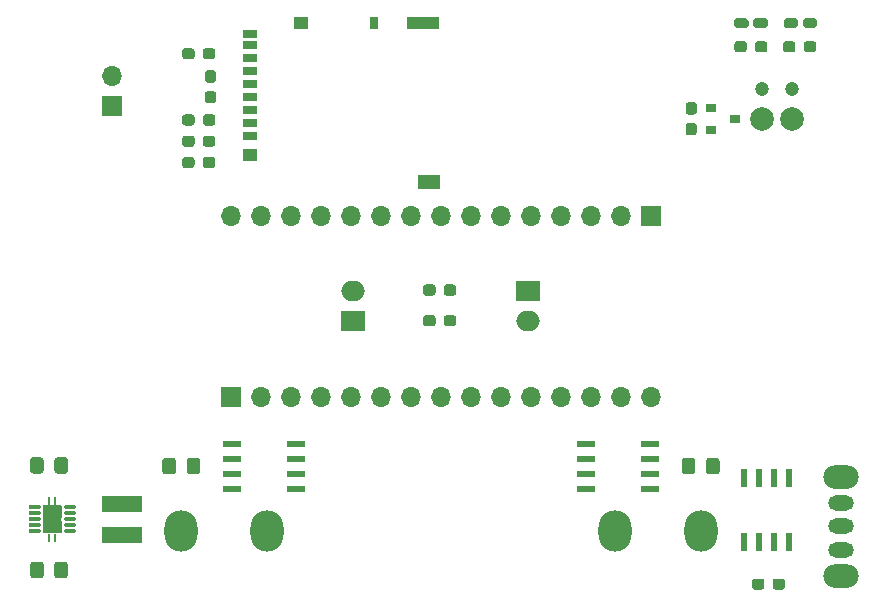
<source format=gbs>
G04 #@! TF.GenerationSoftware,KiCad,Pcbnew,(5.1.6)-1*
G04 #@! TF.CreationDate,2020-08-01T00:51:36+09:00*
G04 #@! TF.ProjectId,MiniRoverShield,4d696e69-526f-4766-9572-536869656c64,rev?*
G04 #@! TF.SameCoordinates,Original*
G04 #@! TF.FileFunction,Soldermask,Bot*
G04 #@! TF.FilePolarity,Negative*
%FSLAX46Y46*%
G04 Gerber Fmt 4.6, Leading zero omitted, Abs format (unit mm)*
G04 Created by KiCad (PCBNEW (5.1.6)-1) date 2020-08-01 00:51:36*
%MOMM*%
%LPD*%
G01*
G04 APERTURE LIST*
%ADD10R,3.400000X1.400000*%
%ADD11R,0.600000X1.550000*%
%ADD12R,1.550000X0.600000*%
%ADD13O,2.000000X1.700000*%
%ADD14R,2.000000X1.700000*%
%ADD15R,1.700000X1.700000*%
%ADD16O,1.700000X1.700000*%
%ADD17O,0.990000X0.420000*%
%ADD18R,0.420000X0.420000*%
%ADD19R,0.680000X1.050000*%
%ADD20R,0.280000X0.700000*%
%ADD21R,0.260000X0.500000*%
%ADD22R,1.650000X2.400000*%
%ADD23C,0.600000*%
%ADD24R,0.900000X0.800000*%
%ADD25C,2.000000*%
%ADD26C,1.200000*%
%ADD27O,2.800000X3.500000*%
%ADD28R,1.200000X0.700000*%
%ADD29R,1.200000X1.000000*%
%ADD30R,0.800000X1.000000*%
%ADD31R,2.800000X1.000000*%
%ADD32R,1.900000X1.300000*%
%ADD33O,3.000000X2.000000*%
%ADD34O,2.200000X1.300000*%
G04 APERTURE END LIST*
D10*
X51054000Y-89632000D03*
X51054000Y-92232000D03*
G36*
G01*
X58787500Y-55730000D02*
X58312500Y-55730000D01*
G75*
G02*
X58075000Y-55492500I0J237500D01*
G01*
X58075000Y-54917500D01*
G75*
G02*
X58312500Y-54680000I237500J0D01*
G01*
X58787500Y-54680000D01*
G75*
G02*
X59025000Y-54917500I0J-237500D01*
G01*
X59025000Y-55492500D01*
G75*
G02*
X58787500Y-55730000I-237500J0D01*
G01*
G37*
G36*
G01*
X58787500Y-53980000D02*
X58312500Y-53980000D01*
G75*
G02*
X58075000Y-53742500I0J237500D01*
G01*
X58075000Y-53167500D01*
G75*
G02*
X58312500Y-52930000I237500J0D01*
G01*
X58787500Y-52930000D01*
G75*
G02*
X59025000Y-53167500I0J-237500D01*
G01*
X59025000Y-53742500D01*
G75*
G02*
X58787500Y-53980000I-237500J0D01*
G01*
G37*
D11*
X107555000Y-92880000D03*
X106285000Y-92880000D03*
X105015000Y-92880000D03*
X103745000Y-92880000D03*
X103745000Y-87480000D03*
X105015000Y-87480000D03*
X106285000Y-87480000D03*
X107555000Y-87480000D03*
D12*
X90350000Y-84525000D03*
X90350000Y-85795000D03*
X90350000Y-87065000D03*
X90350000Y-88335000D03*
X95750000Y-88335000D03*
X95750000Y-87065000D03*
X95750000Y-85795000D03*
X95750000Y-84525000D03*
X65750000Y-84525000D03*
X65750000Y-85795000D03*
X65750000Y-87065000D03*
X65750000Y-88335000D03*
X60350000Y-88335000D03*
X60350000Y-87065000D03*
X60350000Y-85795000D03*
X60350000Y-84525000D03*
G36*
G01*
X108687500Y-49142500D02*
X108687500Y-48717500D01*
G75*
G02*
X108900000Y-48505000I212500J0D01*
G01*
X109700000Y-48505000D01*
G75*
G02*
X109912500Y-48717500I0J-212500D01*
G01*
X109912500Y-49142500D01*
G75*
G02*
X109700000Y-49355000I-212500J0D01*
G01*
X108900000Y-49355000D01*
G75*
G02*
X108687500Y-49142500I0J212500D01*
G01*
G37*
G36*
G01*
X107062500Y-49142500D02*
X107062500Y-48717500D01*
G75*
G02*
X107275000Y-48505000I212500J0D01*
G01*
X108075000Y-48505000D01*
G75*
G02*
X108287500Y-48717500I0J-212500D01*
G01*
X108287500Y-49142500D01*
G75*
G02*
X108075000Y-49355000I-212500J0D01*
G01*
X107275000Y-49355000D01*
G75*
G02*
X107062500Y-49142500I0J212500D01*
G01*
G37*
G36*
G01*
X102875000Y-49142500D02*
X102875000Y-48717500D01*
G75*
G02*
X103087500Y-48505000I212500J0D01*
G01*
X103887500Y-48505000D01*
G75*
G02*
X104100000Y-48717500I0J-212500D01*
G01*
X104100000Y-49142500D01*
G75*
G02*
X103887500Y-49355000I-212500J0D01*
G01*
X103087500Y-49355000D01*
G75*
G02*
X102875000Y-49142500I0J212500D01*
G01*
G37*
G36*
G01*
X104500000Y-49142500D02*
X104500000Y-48717500D01*
G75*
G02*
X104712500Y-48505000I212500J0D01*
G01*
X105512500Y-48505000D01*
G75*
G02*
X105725000Y-48717500I0J-212500D01*
G01*
X105725000Y-49142500D01*
G75*
G02*
X105512500Y-49355000I-212500J0D01*
G01*
X104712500Y-49355000D01*
G75*
G02*
X104500000Y-49142500I0J212500D01*
G01*
G37*
G36*
G01*
X45325000Y-95680001D02*
X45325000Y-94779999D01*
G75*
G02*
X45574999Y-94530000I249999J0D01*
G01*
X46225001Y-94530000D01*
G75*
G02*
X46475000Y-94779999I0J-249999D01*
G01*
X46475000Y-95680001D01*
G75*
G02*
X46225001Y-95930000I-249999J0D01*
G01*
X45574999Y-95930000D01*
G75*
G02*
X45325000Y-95680001I0J249999D01*
G01*
G37*
G36*
G01*
X43275000Y-95680001D02*
X43275000Y-94779999D01*
G75*
G02*
X43524999Y-94530000I249999J0D01*
G01*
X44175001Y-94530000D01*
G75*
G02*
X44425000Y-94779999I0J-249999D01*
G01*
X44425000Y-95680001D01*
G75*
G02*
X44175001Y-95930000I-249999J0D01*
G01*
X43524999Y-95930000D01*
G75*
G02*
X43275000Y-95680001I0J249999D01*
G01*
G37*
G36*
G01*
X46475000Y-85929999D02*
X46475000Y-86830001D01*
G75*
G02*
X46225001Y-87080000I-249999J0D01*
G01*
X45574999Y-87080000D01*
G75*
G02*
X45325000Y-86830001I0J249999D01*
G01*
X45325000Y-85929999D01*
G75*
G02*
X45574999Y-85680000I249999J0D01*
G01*
X46225001Y-85680000D01*
G75*
G02*
X46475000Y-85929999I0J-249999D01*
G01*
G37*
G36*
G01*
X44425000Y-85929999D02*
X44425000Y-86830001D01*
G75*
G02*
X44175001Y-87080000I-249999J0D01*
G01*
X43524999Y-87080000D01*
G75*
G02*
X43275000Y-86830001I0J249999D01*
G01*
X43275000Y-85929999D01*
G75*
G02*
X43524999Y-85680000I249999J0D01*
G01*
X44175001Y-85680000D01*
G75*
G02*
X44425000Y-85929999I0J-249999D01*
G01*
G37*
G36*
G01*
X55625000Y-85979999D02*
X55625000Y-86880001D01*
G75*
G02*
X55375001Y-87130000I-249999J0D01*
G01*
X54724999Y-87130000D01*
G75*
G02*
X54475000Y-86880001I0J249999D01*
G01*
X54475000Y-85979999D01*
G75*
G02*
X54724999Y-85730000I249999J0D01*
G01*
X55375001Y-85730000D01*
G75*
G02*
X55625000Y-85979999I0J-249999D01*
G01*
G37*
G36*
G01*
X57675000Y-85979999D02*
X57675000Y-86880001D01*
G75*
G02*
X57425001Y-87130000I-249999J0D01*
G01*
X56774999Y-87130000D01*
G75*
G02*
X56525000Y-86880001I0J249999D01*
G01*
X56525000Y-85979999D01*
G75*
G02*
X56774999Y-85730000I249999J0D01*
G01*
X57425001Y-85730000D01*
G75*
G02*
X57675000Y-85979999I0J-249999D01*
G01*
G37*
G36*
G01*
X98450000Y-86880001D02*
X98450000Y-85979999D01*
G75*
G02*
X98699999Y-85730000I249999J0D01*
G01*
X99350001Y-85730000D01*
G75*
G02*
X99600000Y-85979999I0J-249999D01*
G01*
X99600000Y-86880001D01*
G75*
G02*
X99350001Y-87130000I-249999J0D01*
G01*
X98699999Y-87130000D01*
G75*
G02*
X98450000Y-86880001I0J249999D01*
G01*
G37*
G36*
G01*
X100500000Y-86880001D02*
X100500000Y-85979999D01*
G75*
G02*
X100749999Y-85730000I249999J0D01*
G01*
X101400001Y-85730000D01*
G75*
G02*
X101650000Y-85979999I0J-249999D01*
G01*
X101650000Y-86880001D01*
G75*
G02*
X101400001Y-87130000I-249999J0D01*
G01*
X100749999Y-87130000D01*
G75*
G02*
X100500000Y-86880001I0J249999D01*
G01*
G37*
D13*
X70650000Y-71630000D03*
D14*
X70650000Y-74130000D03*
X85450000Y-71630000D03*
D13*
X85450000Y-74130000D03*
D15*
X50250000Y-55930000D03*
D16*
X50250000Y-53390000D03*
D17*
X46625000Y-89930000D03*
X46625000Y-90430000D03*
D18*
X46910000Y-90930000D03*
D17*
X46625000Y-91430000D03*
D18*
X46910000Y-91930000D03*
D17*
X43675000Y-91930000D03*
X43675000Y-91430000D03*
D18*
X43390000Y-90930000D03*
X43390000Y-90430000D03*
X43390000Y-89930000D03*
D19*
X45600000Y-90295000D03*
D20*
X45400000Y-89380000D03*
D21*
X45400000Y-89300000D03*
D20*
X44900000Y-89380000D03*
X45400000Y-92480000D03*
X44900000Y-92480000D03*
D21*
X44900000Y-89300000D03*
X45400000Y-92560000D03*
X44900000Y-92560000D03*
D19*
X44700000Y-90295000D03*
X45600000Y-91565000D03*
X44700000Y-91565000D03*
D22*
X45150000Y-90930000D03*
D18*
X46910000Y-89930000D03*
X46910000Y-90430000D03*
D17*
X46625000Y-90930000D03*
D18*
X46910000Y-91430000D03*
D17*
X46625000Y-91930000D03*
D18*
X43390000Y-91930000D03*
X43390000Y-91430000D03*
D17*
X43675000Y-90930000D03*
X43675000Y-90430000D03*
X43675000Y-89930000D03*
D23*
X44650000Y-91680000D03*
X45150000Y-90930000D03*
X44650000Y-90180000D03*
X45650000Y-90180000D03*
X45650000Y-91680000D03*
D24*
X100950000Y-57980000D03*
X100950000Y-56080000D03*
X102950000Y-57030000D03*
G36*
G01*
X99487500Y-56680000D02*
X99012500Y-56680000D01*
G75*
G02*
X98775000Y-56442500I0J237500D01*
G01*
X98775000Y-55867500D01*
G75*
G02*
X99012500Y-55630000I237500J0D01*
G01*
X99487500Y-55630000D01*
G75*
G02*
X99725000Y-55867500I0J-237500D01*
G01*
X99725000Y-56442500D01*
G75*
G02*
X99487500Y-56680000I-237500J0D01*
G01*
G37*
G36*
G01*
X99487500Y-58430000D02*
X99012500Y-58430000D01*
G75*
G02*
X98775000Y-58192500I0J237500D01*
G01*
X98775000Y-57617500D01*
G75*
G02*
X99012500Y-57380000I237500J0D01*
G01*
X99487500Y-57380000D01*
G75*
G02*
X99725000Y-57617500I0J-237500D01*
G01*
X99725000Y-58192500D01*
G75*
G02*
X99487500Y-58430000I-237500J0D01*
G01*
G37*
G36*
G01*
X76550000Y-71767500D02*
X76550000Y-71292500D01*
G75*
G02*
X76787500Y-71055000I237500J0D01*
G01*
X77362500Y-71055000D01*
G75*
G02*
X77600000Y-71292500I0J-237500D01*
G01*
X77600000Y-71767500D01*
G75*
G02*
X77362500Y-72005000I-237500J0D01*
G01*
X76787500Y-72005000D01*
G75*
G02*
X76550000Y-71767500I0J237500D01*
G01*
G37*
G36*
G01*
X78300000Y-71767500D02*
X78300000Y-71292500D01*
G75*
G02*
X78537500Y-71055000I237500J0D01*
G01*
X79112500Y-71055000D01*
G75*
G02*
X79350000Y-71292500I0J-237500D01*
G01*
X79350000Y-71767500D01*
G75*
G02*
X79112500Y-72005000I-237500J0D01*
G01*
X78537500Y-72005000D01*
G75*
G02*
X78300000Y-71767500I0J237500D01*
G01*
G37*
G36*
G01*
X77600000Y-73892500D02*
X77600000Y-74367500D01*
G75*
G02*
X77362500Y-74605000I-237500J0D01*
G01*
X76787500Y-74605000D01*
G75*
G02*
X76550000Y-74367500I0J237500D01*
G01*
X76550000Y-73892500D01*
G75*
G02*
X76787500Y-73655000I237500J0D01*
G01*
X77362500Y-73655000D01*
G75*
G02*
X77600000Y-73892500I0J-237500D01*
G01*
G37*
G36*
G01*
X79350000Y-73892500D02*
X79350000Y-74367500D01*
G75*
G02*
X79112500Y-74605000I-237500J0D01*
G01*
X78537500Y-74605000D01*
G75*
G02*
X78300000Y-74367500I0J237500D01*
G01*
X78300000Y-73892500D01*
G75*
G02*
X78537500Y-73655000I237500J0D01*
G01*
X79112500Y-73655000D01*
G75*
G02*
X79350000Y-73892500I0J-237500D01*
G01*
G37*
G36*
G01*
X56150000Y-51767500D02*
X56150000Y-51292500D01*
G75*
G02*
X56387500Y-51055000I237500J0D01*
G01*
X56962500Y-51055000D01*
G75*
G02*
X57200000Y-51292500I0J-237500D01*
G01*
X57200000Y-51767500D01*
G75*
G02*
X56962500Y-52005000I-237500J0D01*
G01*
X56387500Y-52005000D01*
G75*
G02*
X56150000Y-51767500I0J237500D01*
G01*
G37*
G36*
G01*
X57900000Y-51767500D02*
X57900000Y-51292500D01*
G75*
G02*
X58137500Y-51055000I237500J0D01*
G01*
X58712500Y-51055000D01*
G75*
G02*
X58950000Y-51292500I0J-237500D01*
G01*
X58950000Y-51767500D01*
G75*
G02*
X58712500Y-52005000I-237500J0D01*
G01*
X58137500Y-52005000D01*
G75*
G02*
X57900000Y-51767500I0J237500D01*
G01*
G37*
G36*
G01*
X57900000Y-60967500D02*
X57900000Y-60492500D01*
G75*
G02*
X58137500Y-60255000I237500J0D01*
G01*
X58712500Y-60255000D01*
G75*
G02*
X58950000Y-60492500I0J-237500D01*
G01*
X58950000Y-60967500D01*
G75*
G02*
X58712500Y-61205000I-237500J0D01*
G01*
X58137500Y-61205000D01*
G75*
G02*
X57900000Y-60967500I0J237500D01*
G01*
G37*
G36*
G01*
X56150000Y-60967500D02*
X56150000Y-60492500D01*
G75*
G02*
X56387500Y-60255000I237500J0D01*
G01*
X56962500Y-60255000D01*
G75*
G02*
X57200000Y-60492500I0J-237500D01*
G01*
X57200000Y-60967500D01*
G75*
G02*
X56962500Y-61205000I-237500J0D01*
G01*
X56387500Y-61205000D01*
G75*
G02*
X56150000Y-60967500I0J237500D01*
G01*
G37*
G36*
G01*
X107025000Y-51167500D02*
X107025000Y-50692500D01*
G75*
G02*
X107262500Y-50455000I237500J0D01*
G01*
X107837500Y-50455000D01*
G75*
G02*
X108075000Y-50692500I0J-237500D01*
G01*
X108075000Y-51167500D01*
G75*
G02*
X107837500Y-51405000I-237500J0D01*
G01*
X107262500Y-51405000D01*
G75*
G02*
X107025000Y-51167500I0J237500D01*
G01*
G37*
G36*
G01*
X108775000Y-51167500D02*
X108775000Y-50692500D01*
G75*
G02*
X109012500Y-50455000I237500J0D01*
G01*
X109587500Y-50455000D01*
G75*
G02*
X109825000Y-50692500I0J-237500D01*
G01*
X109825000Y-51167500D01*
G75*
G02*
X109587500Y-51405000I-237500J0D01*
G01*
X109012500Y-51405000D01*
G75*
G02*
X108775000Y-51167500I0J237500D01*
G01*
G37*
G36*
G01*
X104650000Y-51167500D02*
X104650000Y-50692500D01*
G75*
G02*
X104887500Y-50455000I237500J0D01*
G01*
X105462500Y-50455000D01*
G75*
G02*
X105700000Y-50692500I0J-237500D01*
G01*
X105700000Y-51167500D01*
G75*
G02*
X105462500Y-51405000I-237500J0D01*
G01*
X104887500Y-51405000D01*
G75*
G02*
X104650000Y-51167500I0J237500D01*
G01*
G37*
G36*
G01*
X102900000Y-51167500D02*
X102900000Y-50692500D01*
G75*
G02*
X103137500Y-50455000I237500J0D01*
G01*
X103712500Y-50455000D01*
G75*
G02*
X103950000Y-50692500I0J-237500D01*
G01*
X103950000Y-51167500D01*
G75*
G02*
X103712500Y-51405000I-237500J0D01*
G01*
X103137500Y-51405000D01*
G75*
G02*
X102900000Y-51167500I0J237500D01*
G01*
G37*
G36*
G01*
X104400000Y-96667500D02*
X104400000Y-96192500D01*
G75*
G02*
X104637500Y-95955000I237500J0D01*
G01*
X105212500Y-95955000D01*
G75*
G02*
X105450000Y-96192500I0J-237500D01*
G01*
X105450000Y-96667500D01*
G75*
G02*
X105212500Y-96905000I-237500J0D01*
G01*
X104637500Y-96905000D01*
G75*
G02*
X104400000Y-96667500I0J237500D01*
G01*
G37*
G36*
G01*
X106150000Y-96667500D02*
X106150000Y-96192500D01*
G75*
G02*
X106387500Y-95955000I237500J0D01*
G01*
X106962500Y-95955000D01*
G75*
G02*
X107200000Y-96192500I0J-237500D01*
G01*
X107200000Y-96667500D01*
G75*
G02*
X106962500Y-96905000I-237500J0D01*
G01*
X106387500Y-96905000D01*
G75*
G02*
X106150000Y-96667500I0J237500D01*
G01*
G37*
G36*
G01*
X57900000Y-59167500D02*
X57900000Y-58692500D01*
G75*
G02*
X58137500Y-58455000I237500J0D01*
G01*
X58712500Y-58455000D01*
G75*
G02*
X58950000Y-58692500I0J-237500D01*
G01*
X58950000Y-59167500D01*
G75*
G02*
X58712500Y-59405000I-237500J0D01*
G01*
X58137500Y-59405000D01*
G75*
G02*
X57900000Y-59167500I0J237500D01*
G01*
G37*
G36*
G01*
X56150000Y-59167500D02*
X56150000Y-58692500D01*
G75*
G02*
X56387500Y-58455000I237500J0D01*
G01*
X56962500Y-58455000D01*
G75*
G02*
X57200000Y-58692500I0J-237500D01*
G01*
X57200000Y-59167500D01*
G75*
G02*
X56962500Y-59405000I-237500J0D01*
G01*
X56387500Y-59405000D01*
G75*
G02*
X56150000Y-59167500I0J237500D01*
G01*
G37*
G36*
G01*
X56150000Y-57367500D02*
X56150000Y-56892500D01*
G75*
G02*
X56387500Y-56655000I237500J0D01*
G01*
X56962500Y-56655000D01*
G75*
G02*
X57200000Y-56892500I0J-237500D01*
G01*
X57200000Y-57367500D01*
G75*
G02*
X56962500Y-57605000I-237500J0D01*
G01*
X56387500Y-57605000D01*
G75*
G02*
X56150000Y-57367500I0J237500D01*
G01*
G37*
G36*
G01*
X57900000Y-57367500D02*
X57900000Y-56892500D01*
G75*
G02*
X58137500Y-56655000I237500J0D01*
G01*
X58712500Y-56655000D01*
G75*
G02*
X58950000Y-56892500I0J-237500D01*
G01*
X58950000Y-57367500D01*
G75*
G02*
X58712500Y-57605000I-237500J0D01*
G01*
X58137500Y-57605000D01*
G75*
G02*
X57900000Y-57367500I0J237500D01*
G01*
G37*
D25*
X107750000Y-57030000D03*
X105210000Y-57030000D03*
D26*
X107750000Y-54490000D03*
X105210000Y-54490000D03*
D15*
X95830000Y-65240000D03*
D16*
X93290000Y-65240000D03*
X90750000Y-65240000D03*
X88210000Y-65240000D03*
X85670000Y-65240000D03*
X83130000Y-65240000D03*
X80590000Y-65240000D03*
X78050000Y-65240000D03*
X75510000Y-65240000D03*
X72970000Y-65240000D03*
X70430000Y-65240000D03*
X67890000Y-65240000D03*
X65350000Y-65240000D03*
X62810000Y-65240000D03*
X60270000Y-65240000D03*
D27*
X92800000Y-91930000D03*
X100050000Y-91930000D03*
X56050000Y-91930000D03*
X63300000Y-91930000D03*
D28*
X61925000Y-49855000D03*
X61925000Y-50805000D03*
X61925000Y-58505000D03*
X61925000Y-57405000D03*
X61925000Y-56305000D03*
X61925000Y-55205000D03*
X61925000Y-54105000D03*
X61925000Y-53005000D03*
X61925000Y-51905000D03*
D29*
X61925000Y-60055000D03*
X66225000Y-48905000D03*
D30*
X72425000Y-48905000D03*
D31*
X76575000Y-48905000D03*
D32*
X77025000Y-62405000D03*
D16*
X95830000Y-80610000D03*
X93290000Y-80610000D03*
X90750000Y-80610000D03*
X88210000Y-80610000D03*
X85670000Y-80610000D03*
X83130000Y-80610000D03*
X80590000Y-80610000D03*
X78050000Y-80610000D03*
X75510000Y-80610000D03*
X72970000Y-80610000D03*
X70430000Y-80610000D03*
X67890000Y-80610000D03*
X65350000Y-80610000D03*
X62810000Y-80610000D03*
D15*
X60270000Y-80610000D03*
D33*
X111950000Y-87330000D03*
X111950000Y-95730000D03*
D34*
X111950000Y-89530000D03*
X111950000Y-91530000D03*
X111950000Y-93530000D03*
M02*

</source>
